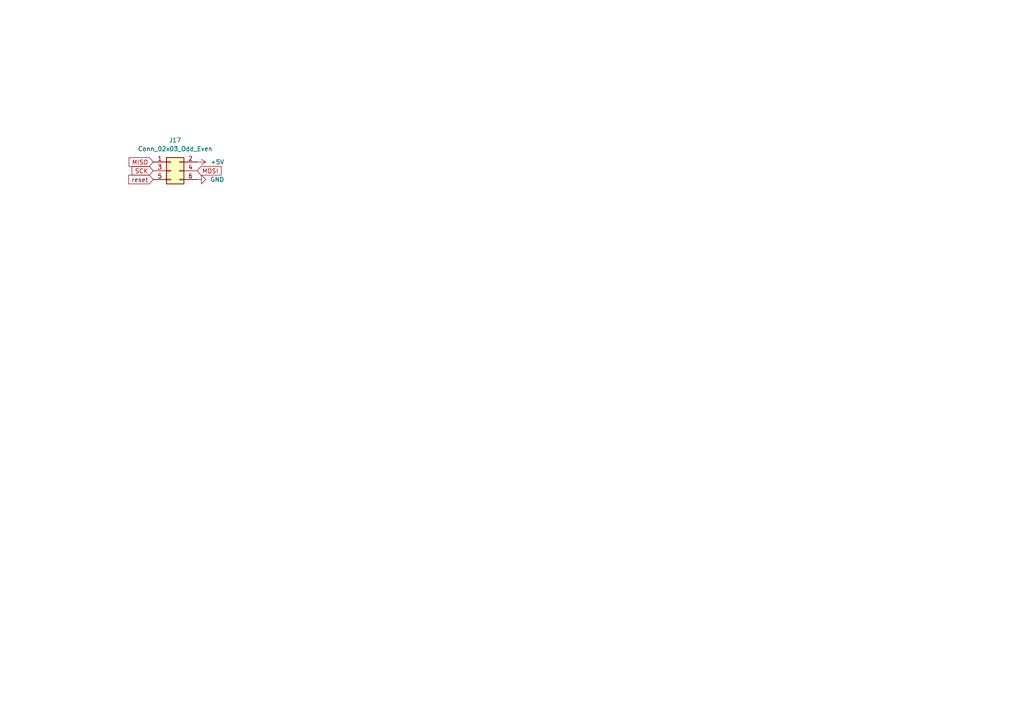
<source format=kicad_sch>
(kicad_sch (version 20231120) (generator "eeschema") (generator_version "8.0")
  (paper "A4")
  (lib_symbols
    (symbol "Connector_Generic:Conn_02x03_Odd_Even" (pin_names (offset 1.016) hide)
      (property "Reference" "J" (at 1.27 5.08 0))
      (property "Value" "Conn_02x03_Odd_Even" (at 1.27 -5.08 0))
      (symbol "Conn_02x03_Odd_Even_1_1"
        (rectangle (start -1.27 -2.413) (end 0 -2.667) (stroke (width 0.1524)))
        (rectangle (start -1.27 0.127) (end 0 -0.127) (stroke (width 0.1524)))
        (rectangle (start -1.27 2.667) (end 0 2.413) (stroke (width 0.1524)))
        (rectangle (start -1.27 3.81) (end 3.81 -3.81) (stroke (width 0.254)) (fill (type background)))
        (rectangle (start 3.81 -2.413) (end 2.54 -2.667) (stroke (width 0.1524)))
        (rectangle (start 3.81 0.127) (end 2.54 -0.127) (stroke (width 0.1524)))
        (rectangle (start 3.81 2.667) (end 2.54 2.413) (stroke (width 0.1524)))
        (pin passive line (at -5.08 2.54 0) (length 3.81) (name "Pin_1") (number "1"))
        (pin passive line (at 7.62 2.54 180) (length 3.81) (name "Pin_2") (number "2"))
        (pin passive line (at -5.08 0 0) (length 3.81) (name "Pin_3") (number "3"))
        (pin passive line (at 7.62 0 180) (length 3.81) (name "Pin_4") (number "4"))
        (pin passive line (at -5.08 -2.54 0) (length 3.81) (name "Pin_5") (number "5"))
        (pin passive line (at 7.62 -2.54 180) (length 3.81) (name "Pin_6") (number "6"))
      )
    )
    (symbol "power:+5V" (power) (pin_numbers hide) (pin_names (offset 0) hide)
      (property "Value" "+5V" (at 0 3.556 0))
      (symbol "+5V_0_1"
        (polyline (pts (xy -0.762 1.27) (xy 0 2.54)))
        (polyline (pts (xy 0 0) (xy 0 2.54)))
        (polyline (pts (xy 0 2.54) (xy 0.762 1.27)))
      )
      (symbol "+5V_1_1"
        (pin power_in line (at 0 0 90) (length 0) (name "~") (number "1"))
      )
    )
    (symbol "power:GND" (power) (pin_numbers hide) (pin_names (offset 0) hide)
      (property "Value" "GND" (at 0 -3.81 0))
      (symbol "GND_0_1"
        (polyline (pts (xy 0 0) (xy 0 -1.27) (xy 1.27 -1.27) (xy 0 -2.54) (xy -1.27 -1.27) (xy 0 -1.27)))
      )
      (symbol "GND_1_1"
        (pin power_in line (at 0 0 270) (length 0) (name "~") (number "1"))
      )
    )
  )
  (global_label "MISO" (shape input) (at 44.45 46.99 180) (property "Intersheetrefs" "${INTERSHEET_REFS}" (effects (hide yes))))
  (global_label "MOSI" (shape input) (at 57.15 49.53 0) (property "Intersheetrefs" "${INTERSHEET_REFS}" (effects (hide yes))))
  (global_label "SCK" (shape input) (at 44.45 49.53 180) (property "Intersheetrefs" "${INTERSHEET_REFS}" (effects (hide yes))))
  (global_label "reset" (shape input) (at 44.45 52.07 180) (property "Intersheetrefs" "${INTERSHEET_REFS}" (effects (hide yes))))
  (symbol (lib_id "power:GND") (at 57.15 52.07 90) (unit 1)
    (property "Reference" "#PWR051" (effects (hide yes)))
    (property "Value" "GND" (at 60.96 52.0699 90) (effects (justify right)))
    (property "Description" "Power symbol creates a global label with name \"GND\" , ground" (effects (hide yes)))
  )
  (symbol (lib_id "power:+5V") (at 57.15 46.99 270) (unit 1)
    (property "Reference" "#PWR050" (effects (hide yes)))
    (property "Value" "+5V" (at 60.96 46.9899 90) (effects (justify left)))
    (property "Description" "Power symbol creates a global label with name \"+5V\"" (effects (hide yes)))
  )
  (symbol (lib_id "Connector_Generic:Conn_02x03_Odd_Even") (at 49.53 49.53 0) (unit 1)
    (property "Reference" "J17" (at 50.8 40.64 0))
    (property "Value" "Conn_02x03_Odd_Even" (at 50.8 43.18 0))
    (property "Footprint" "Connector_PinHeader_2.54mm:PinHeader_2x03_P2.54mm_Vertical_SMD" (effects (hide yes)))
    (property "Description" "Generic connector, double row, 02x03, odd/even pin numbering scheme (row 1 odd numbers, row 2 even numbers), script generated (kicad-library-utils/schlib/autogen/connector/)" (effects (hide yes)))
  )
)
</source>
